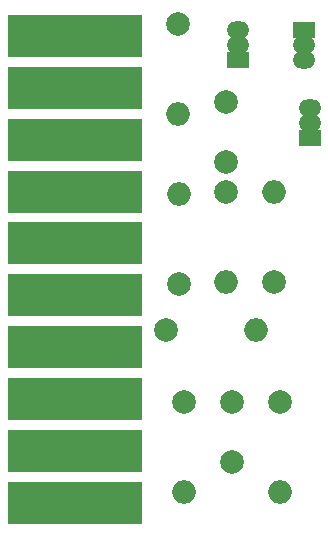
<source format=gbr>
G04 #@! TF.GenerationSoftware,KiCad,Pcbnew,(2017-12-21 revision 23d71cfa9)-makepkg*
G04 #@! TF.CreationDate,2018-08-18T11:58:49-04:00*
G04 #@! TF.ProjectId,OdysseyDaughterCardVertSyncGenerator,4F647973736579446175676874657243,0.2*
G04 #@! TF.SameCoordinates,Original*
G04 #@! TF.FileFunction,Soldermask,Bot*
G04 #@! TF.FilePolarity,Negative*
%FSLAX46Y46*%
G04 Gerber Fmt 4.6, Leading zero omitted, Abs format (unit mm)*
G04 Created by KiCad (PCBNEW (2017-12-21 revision 23d71cfa9)-makepkg) date 08/18/18 11:58:49*
%MOMM*%
%LPD*%
G01*
G04 APERTURE LIST*
%ADD10R,11.400000X3.650000*%
%ADD11O,1.900000X1.450000*%
%ADD12R,1.900000X1.450000*%
%ADD13C,2.000000*%
%ADD14O,2.000000X2.000000*%
G04 APERTURE END LIST*
D10*
X129000000Y-81250000D03*
X129000000Y-85638888D03*
X129000000Y-90027776D03*
X129000000Y-94416664D03*
X129000000Y-98805552D03*
X129000000Y-103194440D03*
X129000000Y-107583328D03*
X129000000Y-111972216D03*
X129000000Y-116361104D03*
X129000000Y-120749992D03*
D11*
X148844000Y-88646000D03*
X148844000Y-87376000D03*
D12*
X148844000Y-89916000D03*
D11*
X148336000Y-82042000D03*
X148336000Y-83312000D03*
D12*
X148336000Y-80772000D03*
X142748000Y-83312000D03*
D11*
X142748000Y-80772000D03*
X142748000Y-82042000D03*
D13*
X137668000Y-80264000D03*
D14*
X137668000Y-87884000D03*
X141732000Y-102108000D03*
D13*
X141732000Y-94488000D03*
D14*
X138176000Y-119888000D03*
D13*
X138176000Y-112268000D03*
X145796000Y-102108000D03*
D14*
X145796000Y-94488000D03*
D13*
X146304000Y-112268000D03*
D14*
X146304000Y-119888000D03*
D13*
X136652000Y-106172000D03*
D14*
X144272000Y-106172000D03*
X137795000Y-94615000D03*
D13*
X137795000Y-102235000D03*
X141732000Y-86868000D03*
X141732000Y-91868000D03*
X142240000Y-117268000D03*
X142240000Y-112268000D03*
M02*

</source>
